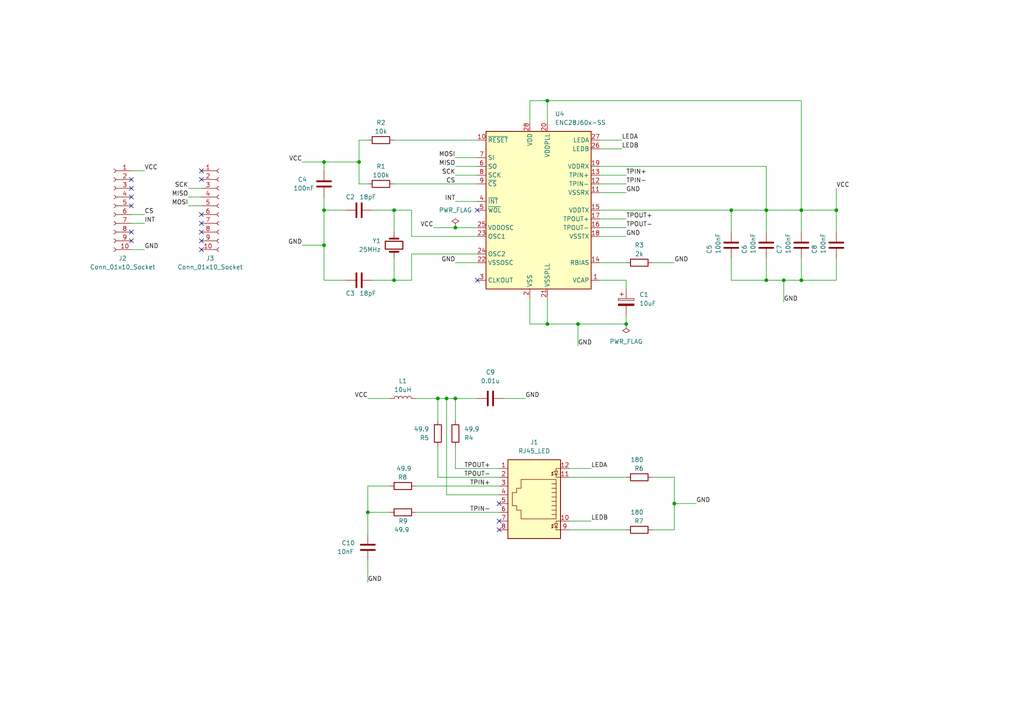
<source format=kicad_sch>
(kicad_sch (version 20230121) (generator eeschema)
  (paper "A4")
  (title_block (title "GigE Interface for Bitcraze Crazyflie 2.0") (date "2023-09-25") (company "Jose Ignacio Granados Marín") (comment 1 "Desarrollo de un vehículo aéreo no tripulado modular de bajo costo") (comment 2 "Trabajo Final de Graduación") (comment 3 "Área Académica de Ingeniería en Computadores") (comment 4 "Instituto Tecnológico de Costa Rica"))
  (lib_symbols
    (symbol "Connector:Conn_01x10_Socket" (pin_names (offset 1.016) hide)
      (property "Reference" "J" (at 0 12.7 0))
      (property "Value" "Conn_01x10_Socket" (at 0 -15.24 0))
      (symbol "Conn_01x10_Socket_1_1"
        (arc (start 0 -12.192) (mid -0.5058 -12.7) (end 0 -13.208) (stroke (width 0.1524)))
        (arc (start 0 -9.652) (mid -0.5058 -10.16) (end 0 -10.668) (stroke (width 0.1524)))
        (arc (start 0 -7.112) (mid -0.5058 -7.62) (end 0 -8.128) (stroke (width 0.1524)))
        (arc (start 0 -4.572) (mid -0.5058 -5.08) (end 0 -5.588) (stroke (width 0.1524)))
        (arc (start 0 -2.032) (mid -0.5058 -2.54) (end 0 -3.048) (stroke (width 0.1524)))
        (polyline (pts (xy -1.27 -12.7) (xy -0.508 -12.7)) (stroke (width 0.1524)))
        (polyline (pts (xy -1.27 -10.16) (xy -0.508 -10.16)) (stroke (width 0.1524)))
        (polyline (pts (xy -1.27 -7.62) (xy -0.508 -7.62)) (stroke (width 0.1524)))
        (polyline (pts (xy -1.27 -5.08) (xy -0.508 -5.08)) (stroke (width 0.1524)))
        (polyline (pts (xy -1.27 -2.54) (xy -0.508 -2.54)) (stroke (width 0.1524)))
        (polyline (pts (xy -1.27 0) (xy -0.508 0)) (stroke (width 0.1524)))
        (polyline (pts (xy -1.27 2.54) (xy -0.508 2.54)) (stroke (width 0.1524)))
        (polyline (pts (xy -1.27 5.08) (xy -0.508 5.08)) (stroke (width 0.1524)))
        (polyline (pts (xy -1.27 7.62) (xy -0.508 7.62)) (stroke (width 0.1524)))
        (polyline (pts (xy -1.27 10.16) (xy -0.508 10.16)) (stroke (width 0.1524)))
        (arc (start 0 0.508) (mid -0.5058 0) (end 0 -0.508) (stroke (width 0.1524)))
        (arc (start 0 3.048) (mid -0.5058 2.54) (end 0 2.032) (stroke (width 0.1524)))
        (arc (start 0 5.588) (mid -0.5058 5.08) (end 0 4.572) (stroke (width 0.1524)))
        (arc (start 0 8.128) (mid -0.5058 7.62) (end 0 7.112) (stroke (width 0.1524)))
        (arc (start 0 10.668) (mid -0.5058 10.16) (end 0 9.652) (stroke (width 0.1524)))
        (pin passive line (at -5.08 10.16 0) (length 3.81) (name "Pin_1") (number "1"))
        (pin passive line (at -5.08 -12.7 0) (length 3.81) (name "Pin_10") (number "10"))
        (pin passive line (at -5.08 7.62 0) (length 3.81) (name "Pin_2") (number "2"))
        (pin passive line (at -5.08 5.08 0) (length 3.81) (name "Pin_3") (number "3"))
        (pin passive line (at -5.08 2.54 0) (length 3.81) (name "Pin_4") (number "4"))
        (pin passive line (at -5.08 0 0) (length 3.81) (name "Pin_5") (number "5"))
        (pin passive line (at -5.08 -2.54 0) (length 3.81) (name "Pin_6") (number "6"))
        (pin passive line (at -5.08 -5.08 0) (length 3.81) (name "Pin_7") (number "7"))
        (pin passive line (at -5.08 -7.62 0) (length 3.81) (name "Pin_8") (number "8"))
        (pin passive line (at -5.08 -10.16 0) (length 3.81) (name "Pin_9") (number "9"))
      )
    )
    (symbol "Connector:RJ45_LED" (pin_names (offset 1.016))
      (property "Reference" "J" (at -5.08 13.97 0))
      (property "Value" "RJ45_LED" (at 1.27 13.97 0))
      (symbol "RJ45_LED_0_1"
        (polyline (pts (xy -7.62 -7.62) (xy -6.35 -7.62)))
        (polyline (pts (xy -7.62 -5.08) (xy -6.35 -5.08)))
        (polyline (pts (xy -7.62 7.62) (xy -6.35 7.62)))
        (polyline (pts (xy -7.62 10.16) (xy -6.35 10.16)))
        (polyline (pts (xy -6.858 -5.842) (xy -5.842 -5.842)))
        (polyline (pts (xy -6.858 9.398) (xy -5.842 9.398)))
        (polyline (pts (xy -6.35 -7.62) (xy -6.35 -6.858)))
        (polyline (pts (xy -6.35 -5.08) (xy -6.35 -5.842)))
        (polyline (pts (xy -6.35 7.62) (xy -6.35 8.382)))
        (polyline (pts (xy -6.35 10.16) (xy -6.35 9.398)))
        (polyline (pts (xy -5.08 -6.223) (xy -5.207 -6.604)))
        (polyline (pts (xy -5.08 -5.588) (xy -5.207 -5.969)))
        (polyline (pts (xy -5.08 4.445) (xy -6.35 4.445)))
        (polyline (pts (xy -5.08 5.715) (xy -6.35 5.715)))
        (polyline (pts (xy -5.08 9.017) (xy -5.207 8.636)))
        (polyline (pts (xy -5.08 9.652) (xy -5.207 9.271)))
        (polyline (pts (xy -6.35 -3.175) (xy -5.08 -3.175) (xy -5.08 -3.175)))
        (polyline (pts (xy -6.35 -1.905) (xy -5.08 -1.905) (xy -5.08 -1.905)))
        (polyline (pts (xy -6.35 -0.635) (xy -5.08 -0.635) (xy -5.08 -0.635)))
        (polyline (pts (xy -6.35 0.635) (xy -5.08 0.635) (xy -5.08 0.635)))
        (polyline (pts (xy -6.35 1.905) (xy -5.08 1.905) (xy -5.08 1.905)))
        (polyline (pts (xy -5.588 -6.731) (xy -5.08 -6.223) (xy -5.461 -6.35)))
        (polyline (pts (xy -5.588 -6.096) (xy -5.08 -5.588) (xy -5.461 -5.715)))
        (polyline (pts (xy -5.588 8.509) (xy -5.08 9.017) (xy -5.461 8.89)))
        (polyline (pts (xy -5.588 9.144) (xy -5.08 9.652) (xy -5.461 9.525)))
        (polyline (pts (xy -5.08 3.175) (xy -6.35 3.175) (xy -6.35 3.175)))
        (polyline (pts (xy -6.35 -5.842) (xy -6.858 -6.858) (xy -5.842 -6.858) (xy -6.35 -5.842)))
        (polyline (pts (xy -6.35 9.398) (xy -6.858 8.382) (xy -5.842 8.382) (xy -6.35 9.398)))
        (polyline (pts (xy -6.35 -4.445) (xy -6.35 6.985) (xy 3.81 6.985) (xy 3.81 4.445) (xy 5.08 4.445) (xy 5.08 3.175) (xy 6.35 3.175) (xy 6.35 -0.635) (xy 5.08 -0.635) (xy 5.08 -1.905) (xy 3.81 -1.905) (xy 3.81 -4.445) (xy -6.35 -4.445) (xy -6.35 -4.445)))
        (rectangle (start 7.62 12.7) (end -7.62 -10.16) (stroke (width 0.254)) (fill (type background)))
      )
      (symbol "RJ45_LED_1_1"
        (pin passive line (at 10.16 -7.62 180) (length 2.54) (name "~") (number "1"))
        (pin passive line (at -10.16 7.62 0) (length 2.54) (name "~") (number "10"))
        (pin passive line (at -10.16 -5.08 0) (length 2.54) (name "~") (number "11"))
        (pin passive line (at -10.16 -7.62 0) (length 2.54) (name "~") (number "12"))
        (pin passive line (at 10.16 -5.08 180) (length 2.54) (name "~") (number "2"))
        (pin passive line (at 10.16 -2.54 180) (length 2.54) (name "~") (number "3"))
        (pin passive line (at 10.16 0 180) (length 2.54) (name "~") (number "4"))
        (pin passive line (at 10.16 2.54 180) (length 2.54) (name "~") (number "5"))
        (pin passive line (at 10.16 5.08 180) (length 2.54) (name "~") (number "6"))
        (pin passive line (at 10.16 7.62 180) (length 2.54) (name "~") (number "7"))
        (pin passive line (at 10.16 10.16 180) (length 2.54) (name "~") (number "8"))
        (pin passive line (at -10.16 10.16 0) (length 2.54) (name "~") (number "9"))
      )
    )
    (symbol "Device:C" (pin_numbers hide) (pin_names (offset 0.254))
      (property "Reference" "C" (at 0.635 2.54 0))
      (property "Value" "C" (at 0.635 -2.54 0))
      (symbol "C_0_1"
        (polyline (pts (xy -2.032 -0.762) (xy 2.032 -0.762)) (stroke (width 0.508)))
        (polyline (pts (xy -2.032 0.762) (xy 2.032 0.762)) (stroke (width 0.508)))
      )
      (symbol "C_1_1"
        (pin passive line (at 0 3.81 270) (length 2.794) (name "~") (number "1"))
        (pin passive line (at 0 -3.81 90) (length 2.794) (name "~") (number "2"))
      )
    )
    (symbol "Device:C_Polarized" (pin_numbers hide) (pin_names (offset 0.254))
      (property "Reference" "C" (at 0.635 2.54 0))
      (property "Value" "C_Polarized" (at 0.635 -2.54 0))
      (symbol "C_Polarized_0_1"
        (rectangle (start -2.286 0.508) (end 2.286 1.016))
        (polyline (pts (xy -1.778 2.286) (xy -0.762 2.286)))
        (polyline (pts (xy -1.27 2.794) (xy -1.27 1.778)))
        (rectangle (start 2.286 -0.508) (end -2.286 -1.016) (fill (type outline)))
      )
      (symbol "C_Polarized_1_1"
        (pin passive line (at 0 3.81 270) (length 2.794) (name "~") (number "1"))
        (pin passive line (at 0 -3.81 90) (length 2.794) (name "~") (number "2"))
      )
    )
    (symbol "Device:Crystal" (pin_numbers hide) (pin_names (offset 1.016) hide)
      (property "Reference" "Y" (at 0 3.81 0))
      (property "Value" "Crystal" (at 0 -3.81 0))
      (symbol "Crystal_0_1"
        (rectangle (start -1.143 2.54) (end 1.143 -2.54) (stroke (width 0.3048)))
        (polyline (pts (xy -2.54 0) (xy -1.905 0)))
        (polyline (pts (xy -1.905 -1.27) (xy -1.905 1.27)) (stroke (width 0.508)))
        (polyline (pts (xy 1.905 -1.27) (xy 1.905 1.27)) (stroke (width 0.508)))
        (polyline (pts (xy 2.54 0) (xy 1.905 0)))
      )
      (symbol "Crystal_1_1"
        (pin passive line (at -3.81 0 0) (length 1.27) (name "1") (number "1"))
        (pin passive line (at 3.81 0 180) (length 1.27) (name "2") (number "2"))
      )
    )
    (symbol "Device:L" (pin_numbers hide) (pin_names (offset 1.016) hide)
      (property "Reference" "L" (at -1.27 0 90))
      (property "Value" "L" (at 1.905 0 90))
      (symbol "L_0_1"
        (arc (start 0 -2.54) (mid 0.6323 -1.905) (end 0 -1.27))
        (arc (start 0 -1.27) (mid 0.6323 -0.635) (end 0 0))
        (arc (start 0 0) (mid 0.6323 0.635) (end 0 1.27))
        (arc (start 0 1.27) (mid 0.6323 1.905) (end 0 2.54))
      )
      (symbol "L_1_1"
        (pin passive line (at 0 3.81 270) (length 1.27) (name "1") (number "1"))
        (pin passive line (at 0 -3.81 90) (length 1.27) (name "2") (number "2"))
      )
    )
    (symbol "Device:R" (pin_numbers hide) (pin_names (offset 0))
      (property "Reference" "R" (at 2.032 0 90))
      (property "Value" "R" (at 0 0 90))
      (symbol "R_0_1"
        (rectangle (start -1.016 -2.54) (end 1.016 2.54) (stroke (width 0.254)))
      )
      (symbol "R_1_1"
        (pin passive line (at 0 3.81 270) (length 1.27) (name "~") (number "1"))
        (pin passive line (at 0 -3.81 90) (length 1.27) (name "~") (number "2"))
      )
    )
    (symbol "Interface_Ethernet:ENC28J60x-SS"
      (property "Reference" "U" (at -13.97 24.13 0))
      (property "Value" "ENC28J60x-SS" (at 5.08 24.13 0))
      (symbol "ENC28J60x-SS_0_1"
        (rectangle (start -15.24 22.86) (end 15.24 -22.86) (stroke (width 0.254)) (fill (type background)))
      )
      (symbol "ENC28J60x-SS_1_1"
        (pin input line (at 17.78 -20.32 180) (length 2.54) (name "VCAP") (number "1"))
        (pin input line (at -17.78 20.32 0) (length 2.54) (name "~{RESET}") (number "10"))
        (pin power_in line (at 17.78 5.08 180) (length 2.54) (name "VSSRX") (number "11"))
        (pin input line (at 17.78 7.62 180) (length 2.54) (name "TPIN-") (number "12"))
        (pin input line (at 17.78 10.16 180) (length 2.54) (name "TPIN+") (number "13"))
        (pin input line (at 17.78 -15.24 180) (length 2.54) (name "RBIAS") (number "14"))
        (pin power_in line (at 17.78 0 180) (length 2.54) (name "VDDTX") (number "15"))
        (pin output line (at 17.78 -5.08 180) (length 2.54) (name "TPOUT-") (number "16"))
        (pin output line (at 17.78 -2.54 180) (length 2.54) (name "TPOUT+") (number "17"))
        (pin power_in line (at 17.78 -7.62 180) (length 2.54) (name "VSSTX") (number "18"))
        (pin power_in line (at 17.78 12.7 180) (length 2.54) (name "VDDRX") (number "19"))
        (pin power_in line (at -2.54 -25.4 90) (length 2.54) (name "VSS") (number "2"))
        (pin power_in line (at 2.54 25.4 270) (length 2.54) (name "VDDPLL") (number "20"))
        (pin power_in line (at 2.54 -25.4 90) (length 2.54) (name "VSSPLL") (number "21"))
        (pin power_in line (at -17.78 -15.24 0) (length 2.54) (name "VSSOSC") (number "22"))
        (pin input line (at -17.78 -7.62 0) (length 2.54) (name "OSC1") (number "23"))
        (pin input line (at -17.78 -12.7 0) (length 2.54) (name "OSC2") (number "24"))
        (pin power_in line (at -17.78 -5.08 0) (length 2.54) (name "VDDOSC") (number "25"))
        (pin output line (at 17.78 17.78 180) (length 2.54) (name "LEDB") (number "26"))
        (pin output line (at 17.78 20.32 180) (length 2.54) (name "LEDA") (number "27"))
        (pin power_in line (at -2.54 25.4 270) (length 2.54) (name "VDD") (number "28"))
        (pin output line (at -17.78 -20.32 0) (length 2.54) (name "CLKOUT") (number "3"))
        (pin output line (at -17.78 2.54 0) (length 2.54) (name "~{INT}") (number "4"))
        (pin output line (at -17.78 0 0) (length 2.54) (name "~{WOL}") (number "5"))
        (pin output line (at -17.78 12.7 0) (length 2.54) (name "SO") (number "6"))
        (pin input line (at -17.78 15.24 0) (length 2.54) (name "SI") (number "7"))
        (pin input line (at -17.78 10.16 0) (length 2.54) (name "SCK") (number "8"))
        (pin input line (at -17.78 7.62 0) (length 2.54) (name "~{CS}") (number "9"))
      )
    )
    (symbol "power:PWR_FLAG" (power) (pin_numbers hide) (pin_names (offset 0) hide)
      (property "Value" "PWR_FLAG" (at 0 3.81 0))
      (symbol "PWR_FLAG_0_0"
        (pin power_out line (at 0 0 90) (length 0) (name "pwr") (number "1"))
      )
      (symbol "PWR_FLAG_0_1"
        (polyline (pts (xy 0 0) (xy 0 1.27) (xy -1.016 1.905) (xy 0 2.54) (xy 1.016 1.905) (xy 0 1.27)))
      )
    )
  )
  (junction (at 158.75 93.98))
  (junction (at 232.41 60.96))
  (junction (at 114.3 60.96))
  (junction (at 106.68 148.59))
  (junction (at 132.08 66.04))
  (junction (at 181.61 93.98))
  (junction (at 93.98 46.99))
  (junction (at 167.64 93.98))
  (junction (at 132.08 115.57))
  (junction (at 127 115.57))
  (junction (at 222.25 60.96))
  (junction (at 232.41 81.28))
  (junction (at 195.58 146.05))
  (junction (at 222.25 81.28))
  (junction (at 242.57 60.96))
  (junction (at 93.98 71.12))
  (junction (at 104.14 46.99))
  (junction (at 212.09 60.96))
  (junction (at 129.54 115.57))
  (junction (at 158.75 29.21))
  (junction (at 93.98 60.96))
  (junction (at 114.3 81.28))
  (junction (at 227.33 81.28))
  (no_connect (at 38.1 59.69))
  (no_connect (at 38.1 52.07))
  (no_connect (at 58.42 64.77))
  (no_connect (at 58.42 72.39))
  (no_connect (at 38.1 69.85))
  (no_connect (at 58.42 62.23))
  (no_connect (at 38.1 54.61))
  (no_connect (at 58.42 67.31))
  (no_connect (at 144.78 146.05))
  (no_connect (at 58.42 52.07))
  (no_connect (at 58.42 49.53))
  (no_connect (at 138.43 60.96))
  (no_connect (at 138.43 81.28))
  (no_connect (at 38.1 57.15))
  (no_connect (at 144.78 151.13))
  (no_connect (at 38.1 67.31))
  (no_connect (at 144.78 153.67))
  (no_connect (at 58.42 69.85))
  (wire (pts (xy 189.23 76.2) (xy 195.58 76.2)))
  (wire (pts (xy 165.1 135.89) (xy 171.45 135.89)))
  (wire (pts (xy 212.09 67.31) (xy 212.09 60.96)))
  (wire (pts (xy 104.14 40.64) (xy 104.14 46.99)))
  (wire (pts (xy 242.57 60.96) (xy 242.57 67.31)))
  (wire (pts (xy 120.65 115.57) (xy 127 115.57)))
  (wire (pts (xy 106.68 148.59) (xy 106.68 140.97)))
  (wire (pts (xy 127 115.57) (xy 129.54 115.57)))
  (wire (pts (xy 222.25 60.96) (xy 222.25 67.31)))
  (wire (pts (xy 222.25 81.28) (xy 227.33 81.28)))
  (wire (pts (xy 173.99 60.96) (xy 212.09 60.96)))
  (wire (pts (xy 173.99 48.26) (xy 222.25 48.26)))
  (wire (pts (xy 38.1 62.23) (xy 41.91 62.23)))
  (wire (pts (xy 195.58 146.05) (xy 195.58 153.67)))
  (wire (pts (xy 114.3 40.64) (xy 138.43 40.64)))
  (wire (pts (xy 132.08 50.8) (xy 138.43 50.8)))
  (wire (pts (xy 173.99 76.2) (xy 181.61 76.2)))
  (wire (pts (xy 242.57 54.61) (xy 242.57 60.96)))
  (wire (pts (xy 119.38 60.96) (xy 114.3 60.96)))
  (wire (pts (xy 127 138.43) (xy 127 129.54)))
  (wire (pts (xy 173.99 66.04) (xy 181.61 66.04)))
  (wire (pts (xy 167.64 93.98) (xy 167.64 100.33)))
  (wire (pts (xy 173.99 43.18) (xy 180.34 43.18)))
  (wire (pts (xy 132.08 115.57) (xy 138.43 115.57)))
  (wire (pts (xy 114.3 74.93) (xy 114.3 81.28)))
  (wire (pts (xy 41.91 49.53) (xy 38.1 49.53)))
  (wire (pts (xy 173.99 81.28) (xy 181.61 81.28)))
  (wire (pts (xy 93.98 60.96) (xy 100.33 60.96)))
  (wire (pts (xy 212.09 74.93) (xy 212.09 81.28)))
  (wire (pts (xy 104.14 53.34) (xy 106.68 53.34)))
  (wire (pts (xy 54.61 57.15) (xy 58.42 57.15)))
  (wire (pts (xy 127 115.57) (xy 127 121.92)))
  (wire (pts (xy 114.3 60.96) (xy 114.3 67.31)))
  (wire (pts (xy 222.25 48.26) (xy 222.25 60.96)))
  (wire (pts (xy 138.43 68.58) (xy 119.38 68.58)))
  (wire (pts (xy 114.3 60.96) (xy 107.95 60.96)))
  (wire (pts (xy 146.05 115.57) (xy 152.4 115.57)))
  (wire (pts (xy 212.09 81.28) (xy 222.25 81.28)))
  (wire (pts (xy 38.1 64.77) (xy 41.91 64.77)))
  (wire (pts (xy 38.1 72.39) (xy 41.91 72.39)))
  (wire (pts (xy 132.08 135.89) (xy 132.08 129.54)))
  (wire (pts (xy 114.3 53.34) (xy 138.43 53.34)))
  (wire (pts (xy 189.23 153.67) (xy 195.58 153.67)))
  (wire (pts (xy 100.33 81.28) (xy 93.98 81.28)))
  (wire (pts (xy 181.61 81.28) (xy 181.61 83.82)))
  (wire (pts (xy 153.67 86.36) (xy 153.67 93.98)))
  (wire (pts (xy 132.08 115.57) (xy 132.08 121.92)))
  (wire (pts (xy 242.57 74.93) (xy 242.57 81.28)))
  (wire (pts (xy 232.41 60.96) (xy 242.57 60.96)))
  (wire (pts (xy 232.41 60.96) (xy 232.41 67.31)))
  (wire (pts (xy 119.38 73.66) (xy 119.38 81.28)))
  (wire (pts (xy 153.67 93.98) (xy 158.75 93.98)))
  (wire (pts (xy 173.99 63.5) (xy 181.61 63.5)))
  (wire (pts (xy 120.65 140.97) (xy 144.78 140.97)))
  (wire (pts (xy 195.58 138.43) (xy 195.58 146.05)))
  (wire (pts (xy 93.98 81.28) (xy 93.98 71.12)))
  (wire (pts (xy 87.63 46.99) (xy 93.98 46.99)))
  (wire (pts (xy 158.75 86.36) (xy 158.75 93.98)))
  (wire (pts (xy 106.68 148.59) (xy 113.03 148.59)))
  (wire (pts (xy 195.58 146.05) (xy 201.93 146.05)))
  (wire (pts (xy 158.75 29.21) (xy 158.75 35.56)))
  (wire (pts (xy 222.25 74.93) (xy 222.25 81.28)))
  (wire (pts (xy 106.68 154.94) (xy 106.68 148.59)))
  (wire (pts (xy 227.33 81.28) (xy 227.33 87.63)))
  (wire (pts (xy 132.08 45.72) (xy 138.43 45.72)))
  (wire (pts (xy 153.67 29.21) (xy 153.67 35.56)))
  (wire (pts (xy 232.41 74.93) (xy 232.41 81.28)))
  (wire (pts (xy 93.98 46.99) (xy 104.14 46.99)))
  (wire (pts (xy 129.54 143.51) (xy 129.54 115.57)))
  (wire (pts (xy 93.98 46.99) (xy 93.98 49.53)))
  (wire (pts (xy 106.68 140.97) (xy 113.03 140.97)))
  (wire (pts (xy 106.68 115.57) (xy 113.03 115.57)))
  (wire (pts (xy 132.08 66.04) (xy 138.43 66.04)))
  (wire (pts (xy 189.23 138.43) (xy 195.58 138.43)))
  (wire (pts (xy 181.61 91.44) (xy 181.61 93.98)))
  (wire (pts (xy 106.68 162.56) (xy 106.68 168.91)))
  (wire (pts (xy 54.61 59.69) (xy 58.42 59.69)))
  (wire (pts (xy 165.1 138.43) (xy 181.61 138.43)))
  (wire (pts (xy 120.65 148.59) (xy 144.78 148.59)))
  (wire (pts (xy 158.75 29.21) (xy 232.41 29.21)))
  (wire (pts (xy 158.75 93.98) (xy 167.64 93.98)))
  (wire (pts (xy 212.09 60.96) (xy 222.25 60.96)))
  (wire (pts (xy 138.43 73.66) (xy 119.38 73.66)))
  (wire (pts (xy 132.08 135.89) (xy 144.78 135.89)))
  (wire (pts (xy 119.38 68.58) (xy 119.38 60.96)))
  (wire (pts (xy 227.33 81.28) (xy 232.41 81.28)))
  (wire (pts (xy 119.38 81.28) (xy 114.3 81.28)))
  (wire (pts (xy 114.3 81.28) (xy 107.95 81.28)))
  (wire (pts (xy 165.1 151.13) (xy 171.45 151.13)))
  (wire (pts (xy 127 138.43) (xy 144.78 138.43)))
  (wire (pts (xy 106.68 40.64) (xy 104.14 40.64)))
  (wire (pts (xy 129.54 115.57) (xy 132.08 115.57)))
  (wire (pts (xy 54.61 54.61) (xy 58.42 54.61)))
  (wire (pts (xy 144.78 143.51) (xy 129.54 143.51)))
  (wire (pts (xy 125.73 66.04) (xy 132.08 66.04)))
  (wire (pts (xy 173.99 50.8) (xy 181.61 50.8)))
  (wire (pts (xy 173.99 40.64) (xy 180.34 40.64)))
  (wire (pts (xy 173.99 55.88) (xy 181.61 55.88)))
  (wire (pts (xy 165.1 153.67) (xy 181.61 153.67)))
  (wire (pts (xy 93.98 71.12) (xy 93.98 60.96)))
  (wire (pts (xy 87.63 71.12) (xy 93.98 71.12)))
  (wire (pts (xy 173.99 68.58) (xy 181.61 68.58)))
  (wire (pts (xy 104.14 46.99) (xy 104.14 53.34)))
  (wire (pts (xy 132.08 58.42) (xy 138.43 58.42)))
  (wire (pts (xy 173.99 53.34) (xy 181.61 53.34)))
  (wire (pts (xy 153.67 29.21) (xy 158.75 29.21)))
  (wire (pts (xy 132.08 48.26) (xy 138.43 48.26)))
  (wire (pts (xy 132.08 76.2) (xy 138.43 76.2)))
  (wire (pts (xy 232.41 29.21) (xy 232.41 60.96)))
  (wire (pts (xy 93.98 57.15) (xy 93.98 60.96)))
  (wire (pts (xy 167.64 93.98) (xy 181.61 93.98)))
  (wire (pts (xy 232.41 81.28) (xy 242.57 81.28)))
  (wire (pts (xy 222.25 60.96) (xy 232.41 60.96)))
  (label "VCC" (at 106.68 115.57 180))
  (label "GND" (at 41.91 72.39 0))
  (label "GND" (at 181.61 55.88 0))
  (label "INT" (at 132.08 58.42 180))
  (label "GND" (at 106.68 168.91 0))
  (label "LEDB" (at 180.34 43.18 0))
  (label "TPOUT-" (at 181.61 66.04 0))
  (label "INT" (at 41.91 64.77 0))
  (label "TPOUT+" (at 134.62 135.89 0))
  (label "TPOUT+" (at 181.61 63.5 0))
  (label "TPIN+" (at 181.61 50.8 0))
  (label "CS" (at 132.08 53.34 180))
  (label "LEDA" (at 180.34 40.64 0))
  (label "GND" (at 227.33 87.63 0))
  (label "GND" (at 87.63 71.12 180))
  (label "TPIN-" (at 142.24 148.59 180))
  (label "MOSI" (at 132.08 45.72 180))
  (label "VCC" (at 125.73 66.04 180))
  (label "GND" (at 152.4 115.57 0))
  (label "SCK" (at 54.61 54.61 180))
  (label "TPIN-" (at 181.61 53.34 0))
  (label "MISO" (at 132.08 48.26 180))
  (label "TPOUT-" (at 142.24 138.43 180))
  (label "SCK" (at 132.08 50.8 180))
  (label "GND" (at 132.08 76.2 180))
  (label "GND" (at 181.61 68.58 0))
  (label "VCC" (at 87.63 46.99 180))
  (label "GND" (at 201.93 146.05 0))
  (label "VCC" (at 41.91 49.53 0))
  (label "MOSI" (at 54.61 59.69 180))
  (label "CS" (at 41.91 62.23 0))
  (label "MISO" (at 54.61 57.15 180))
  (label "GND" (at 167.64 100.33 0))
  (label "LEDB" (at 171.45 151.13 0))
  (label "TPIN+" (at 142.24 140.97 180))
  (label "LEDA" (at 171.45 135.89 0))
  (label "GND" (at 195.58 76.2 0))
  (label "VCC" (at 242.57 54.61 0))
  (symbol (lib_id "Device:R") (at 127 125.73 180) (unit 1)
    (property "Reference" "R5" (at 124.46 127 0) (effects (justify left)))
    (property "Value" "49.9" (at 124.46 124.46 0) (effects (justify left)))
    (property "Footprint" "Resistor_SMD:R_0603_1608Metric" (effects hide))
  )
  (symbol (lib_id "Device:R") (at 185.42 153.67 90) (unit 1)
    (property "Reference" "R7" (at 186.69 151.13 90) (effects (justify left)))
    (property "Value" "180" (at 186.69 148.59 90) (effects (justify left)))
    (property "Footprint" "Resistor_SMD:R_0603_1608Metric" (effects hide))
  )
  (symbol (lib_id "Device:R") (at 185.42 138.43 90) (unit 1)
    (property "Reference" "R6" (at 186.69 135.89 90) (effects (justify left)))
    (property "Value" "180" (at 186.69 133.35 90) (effects (justify left)))
    (property "Footprint" "Resistor_SMD:R_0603_1608Metric" (effects hide))
  )
  (symbol (lib_id "Device:C") (at 93.98 53.34 0) (unit 1)
    (property "Reference" "C4" (at 86.36 52.07 0) (effects (justify left)))
    (property "Value" "100nF" (at 85.09 54.61 0) (effects (justify left)))
    (property "Footprint" "Capacitor_Tantalum_SMD:CP_EIA-1608-08_AVX-J" (effects hide))
  )
  (symbol (lib_id "Connector:Conn_01x10_Socket") (at 33.02 59.69 0) (mirror y) (unit 1)
    (property "Reference" "J2" (at 35.56 74.93 0))
    (property "Value" "Conn_01x10_Socket" (at 35.56 77.47 0))
    (property "Footprint" "Connector_PinSocket_2.00mm:PinSocket_1x10_P2.00mm_Vertical" (effects hide))
  )
  (symbol (lib_id "Device:C_Polarized") (at 181.61 87.63 0) (unit 1)
    (property "Reference" "C1" (at 185.42 85.471 0) (effects (justify left)))
    (property "Value" "10uF" (at 185.42 88.011 0) (effects (justify left)))
    (property "Footprint" "Capacitor_Tantalum_SMD:CP_EIA-1608-08_AVX-J" (effects hide))
  )
  (symbol (lib_id "Connector:Conn_01x10_Socket") (at 63.5 59.69 0) (unit 1)
    (property "Reference" "J3" (at 60.96 74.93 0))
    (property "Value" "Conn_01x10_Socket" (at 60.96 77.47 0))
    (property "Footprint" "Connector_PinSocket_2.00mm:PinSocket_1x10_P2.00mm_Vertical" (effects hide))
  )
  (symbol (lib_id "Device:C") (at 232.41 71.12 0) (unit 1)
    (property "Reference" "C7" (at 226.06 73.66 90) (effects (justify left)))
    (property "Value" "100nF" (at 228.6 73.66 90) (effects (justify left)))
    (property "Footprint" "Capacitor_Tantalum_SMD:CP_EIA-1608-08_AVX-J" (effects hide))
  )
  (symbol (lib_id "Device:R") (at 110.49 40.64 90) (unit 1)
    (property "Reference" "R2" (at 110.49 35.56 90))
    (property "Value" "10k" (at 110.49 38.1 90))
    (property "Footprint" "Resistor_SMD:R_0603_1608Metric" (effects hide))
  )
  (symbol (lib_id "Device:C") (at 106.68 158.75 0) (unit 1)
    (property "Reference" "C10" (at 99.06 157.48 0) (effects (justify left)))
    (property "Value" "10nF" (at 97.79 160.02 0) (effects (justify left)))
    (property "Footprint" "Capacitor_Tantalum_SMD:CP_EIA-1608-08_AVX-J" (effects hide))
  )
  (symbol (lib_id "Device:C") (at 104.14 60.96 90) (unit 1)
    (property "Reference" "C2" (at 101.6 57.15 90))
    (property "Value" "18pF" (at 106.68 57.15 90))
    (property "Footprint" "Capacitor_Tantalum_SMD:CP_EIA-1608-08_AVX-J" (effects hide))
  )
  (symbol (lib_id "Device:R") (at 132.08 125.73 0) (unit 1)
    (property "Reference" "R4" (at 134.62 127 0) (effects (justify left)))
    (property "Value" "49.9" (at 134.62 124.46 0) (effects (justify left)))
    (property "Footprint" "Resistor_SMD:R_0603_1608Metric" (effects hide))
  )
  (symbol (lib_id "Device:R") (at 185.42 76.2 90) (unit 1)
    (property "Reference" "R3" (at 185.42 71.12 90))
    (property "Value" "2k" (at 185.42 73.66 90))
    (property "Footprint" "Resistor_SMD:R_0603_1608Metric" (effects hide))
  )
  (symbol (lib_id "Device:R") (at 110.49 53.34 90) (unit 1)
    (property "Reference" "R1" (at 110.49 48.26 90))
    (property "Value" "100k" (at 110.49 50.8 90))
    (property "Footprint" "Resistor_SMD:R_0603_1608Metric" (effects hide))
  )
  (symbol (lib_id "power:PWR_FLAG") (at 132.08 66.04 0) (unit 1)
    (property "Reference" "#FLG02" (effects hide))
    (property "Value" "PWR_FLAG" (at 132.08 60.96 0))
  )
  (symbol (lib_id "Device:C") (at 104.14 81.28 90) (unit 1)
    (property "Reference" "C3" (at 101.6 85.09 90))
    (property "Value" "18pF" (at 106.68 85.09 90))
    (property "Footprint" "Capacitor_Tantalum_SMD:CP_EIA-1608-08_AVX-J" (effects hide))
  )
  (symbol (lib_id "Device:Crystal") (at 114.3 71.12 90) (mirror x) (unit 1)
    (property "Reference" "Y1" (at 110.49 69.85 90) (effects (justify left)))
    (property "Value" "25MHz" (at 110.49 72.39 90) (effects (justify left)))
    (property "Footprint" "Crystal:Crystal_SMD_MicroCrystal_CC4V-T1A-2Pin_5.0x1.9mm" (effects hide))
  )
  (symbol (lib_id "power:PWR_FLAG") (at 181.61 93.98 180) (unit 1)
    (property "Reference" "#FLG01" (effects hide))
    (property "Value" "PWR_FLAG" (at 181.61 99.06 0))
  )
  (symbol (lib_id "Device:R") (at 116.84 140.97 90) (unit 1)
    (property "Reference" "R8" (at 118.11 138.43 90) (effects (justify left)))
    (property "Value" "49.9" (at 119.38 135.89 90) (effects (justify left)))
    (property "Footprint" "Resistor_SMD:R_0603_1608Metric" (effects hide))
  )
  (symbol (lib_id "Device:C") (at 242.57 71.12 0) (unit 1)
    (property "Reference" "C8" (at 236.22 73.66 90) (effects (justify left)))
    (property "Value" "100nF" (at 238.76 73.66 90) (effects (justify left)))
    (property "Footprint" "Capacitor_Tantalum_SMD:CP_EIA-1608-08_AVX-J" (effects hide))
  )
  (symbol (lib_id "Device:C") (at 222.25 71.12 0) (unit 1)
    (property "Reference" "C6" (at 215.9 73.66 90) (effects (justify left)))
    (property "Value" "100nF" (at 218.44 73.66 90) (effects (justify left)))
    (property "Footprint" "Capacitor_Tantalum_SMD:CP_EIA-1608-08_AVX-J" (effects hide))
  )
  (symbol (lib_id "Device:R") (at 116.84 148.59 270) (unit 1)
    (property "Reference" "R9" (at 115.57 151.13 90) (effects (justify left)))
    (property "Value" "49.9" (at 114.3 153.67 90) (effects (justify left)))
    (property "Footprint" "Resistor_SMD:R_0603_1608Metric" (effects hide))
  )
  (symbol (lib_id "Interface_Ethernet:ENC28J60x-SS") (at 156.21 60.96 0) (unit 1)
    (property "Reference" "U4" (at 160.9441 33.02 0) (effects (justify left)))
    (property "Value" "ENC28J60x-SS" (at 160.9441 35.56 0) (effects (justify left)))
    (property "Footprint" "Package_SO:SSOP-28_5.3x10.2mm_P0.65mm" (effects hide))
    (property "Datasheet" "http://ww1.microchip.com/downloads/en/devicedoc/39662e.pdf" (effects hide))
  )
  (symbol (lib_id "Connector:RJ45_LED") (at 154.94 143.51 180) (unit 1)
    (property "Reference" "J1" (at 154.94 128.27 0))
    (property "Value" "RJ45_LED" (at 154.94 130.81 0))
    (property "Footprint" "Connector_RJ:RJ45_Amphenol_RJHSE538X" (effects hide))
  )
  (symbol (lib_id "Device:C") (at 142.24 115.57 90) (unit 1)
    (property "Reference" "C9" (at 142.24 107.95 90))
    (property "Value" "0.01u" (at 142.24 110.49 90))
    (property "Footprint" "Capacitor_Tantalum_SMD:CP_EIA-1608-08_AVX-J" (effects hide))
  )
  (symbol (lib_id "Device:C") (at 212.09 71.12 0) (unit 1)
    (property "Reference" "C5" (at 205.74 73.66 90) (effects (justify left)))
    (property "Value" "100nF" (at 208.28 73.66 90) (effects (justify left)))
    (property "Footprint" "Capacitor_Tantalum_SMD:CP_EIA-1608-08_AVX-J" (effects hide))
  )
  (symbol (lib_id "Device:L") (at 116.84 115.57 90) (unit 1)
    (property "Reference" "L1" (at 116.84 110.49 90))
    (property "Value" "10uH" (at 116.84 113.03 90))
    (property "Footprint" "Inductor_SMD:L_0603_1608Metric" (effects hide))
  )
)
</source>
